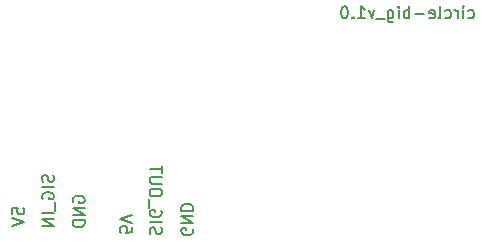
<source format=gbo>
%TF.GenerationSoftware,KiCad,Pcbnew,6.0.4-6f826c9f35~116~ubuntu20.04.1*%
%TF.CreationDate,2022-04-29T21:32:22-06:00*%
%TF.ProjectId,circle-big,63697263-6c65-42d6-9269-672e6b696361,rev?*%
%TF.SameCoordinates,Original*%
%TF.FileFunction,Legend,Bot*%
%TF.FilePolarity,Positive*%
%FSLAX46Y46*%
G04 Gerber Fmt 4.6, Leading zero omitted, Abs format (unit mm)*
G04 Created by KiCad (PCBNEW 6.0.4-6f826c9f35~116~ubuntu20.04.1) date 2022-04-29 21:32:22*
%MOMM*%
%LPD*%
G01*
G04 APERTURE LIST*
%ADD10C,0.150000*%
%ADD11R,1.700000X1.700000*%
%ADD12O,1.700000X1.700000*%
%ADD13C,3.200000*%
G04 APERTURE END LIST*
D10*
X39620238Y-59133333D02*
X39572619Y-58990476D01*
X39572619Y-58752380D01*
X39620238Y-58657142D01*
X39667857Y-58609523D01*
X39763095Y-58561904D01*
X39858333Y-58561904D01*
X39953571Y-58609523D01*
X40001190Y-58657142D01*
X40048809Y-58752380D01*
X40096428Y-58942857D01*
X40144047Y-59038095D01*
X40191666Y-59085714D01*
X40286904Y-59133333D01*
X40382142Y-59133333D01*
X40477380Y-59085714D01*
X40525000Y-59038095D01*
X40572619Y-58942857D01*
X40572619Y-58704761D01*
X40525000Y-58561904D01*
X39572619Y-58133333D02*
X40572619Y-58133333D01*
X40525000Y-57133333D02*
X40572619Y-57228571D01*
X40572619Y-57371428D01*
X40525000Y-57514285D01*
X40429761Y-57609523D01*
X40334523Y-57657142D01*
X40144047Y-57704761D01*
X40001190Y-57704761D01*
X39810714Y-57657142D01*
X39715476Y-57609523D01*
X39620238Y-57514285D01*
X39572619Y-57371428D01*
X39572619Y-57276190D01*
X39620238Y-57133333D01*
X39667857Y-57085714D01*
X40001190Y-57085714D01*
X40001190Y-57276190D01*
X39477380Y-56895238D02*
X39477380Y-56133333D01*
X40572619Y-55704761D02*
X40572619Y-55514285D01*
X40525000Y-55419047D01*
X40429761Y-55323809D01*
X40239285Y-55276190D01*
X39905952Y-55276190D01*
X39715476Y-55323809D01*
X39620238Y-55419047D01*
X39572619Y-55514285D01*
X39572619Y-55704761D01*
X39620238Y-55800000D01*
X39715476Y-55895238D01*
X39905952Y-55942857D01*
X40239285Y-55942857D01*
X40429761Y-55895238D01*
X40525000Y-55800000D01*
X40572619Y-55704761D01*
X40572619Y-54847619D02*
X39763095Y-54847619D01*
X39667857Y-54800000D01*
X39620238Y-54752380D01*
X39572619Y-54657142D01*
X39572619Y-54466666D01*
X39620238Y-54371428D01*
X39667857Y-54323809D01*
X39763095Y-54276190D01*
X40572619Y-54276190D01*
X40572619Y-53942857D02*
X40572619Y-53371428D01*
X39572619Y-53657142D02*
X40572619Y-53657142D01*
X31404761Y-54133333D02*
X31452380Y-54276190D01*
X31452380Y-54514285D01*
X31404761Y-54609523D01*
X31357142Y-54657142D01*
X31261904Y-54704761D01*
X31166666Y-54704761D01*
X31071428Y-54657142D01*
X31023809Y-54609523D01*
X30976190Y-54514285D01*
X30928571Y-54323809D01*
X30880952Y-54228571D01*
X30833333Y-54180952D01*
X30738095Y-54133333D01*
X30642857Y-54133333D01*
X30547619Y-54180952D01*
X30500000Y-54228571D01*
X30452380Y-54323809D01*
X30452380Y-54561904D01*
X30500000Y-54704761D01*
X31452380Y-55133333D02*
X30452380Y-55133333D01*
X30500000Y-56133333D02*
X30452380Y-56038095D01*
X30452380Y-55895238D01*
X30500000Y-55752380D01*
X30595238Y-55657142D01*
X30690476Y-55609523D01*
X30880952Y-55561904D01*
X31023809Y-55561904D01*
X31214285Y-55609523D01*
X31309523Y-55657142D01*
X31404761Y-55752380D01*
X31452380Y-55895238D01*
X31452380Y-55990476D01*
X31404761Y-56133333D01*
X31357142Y-56180952D01*
X31023809Y-56180952D01*
X31023809Y-55990476D01*
X31547619Y-56371428D02*
X31547619Y-57133333D01*
X31452380Y-57371428D02*
X30452380Y-57371428D01*
X31452380Y-57847619D02*
X30452380Y-57847619D01*
X31452380Y-58419047D01*
X30452380Y-58419047D01*
X33100000Y-56438095D02*
X33052380Y-56342857D01*
X33052380Y-56200000D01*
X33100000Y-56057142D01*
X33195238Y-55961904D01*
X33290476Y-55914285D01*
X33480952Y-55866666D01*
X33623809Y-55866666D01*
X33814285Y-55914285D01*
X33909523Y-55961904D01*
X34004761Y-56057142D01*
X34052380Y-56200000D01*
X34052380Y-56295238D01*
X34004761Y-56438095D01*
X33957142Y-56485714D01*
X33623809Y-56485714D01*
X33623809Y-56295238D01*
X34052380Y-56914285D02*
X33052380Y-56914285D01*
X34052380Y-57485714D01*
X33052380Y-57485714D01*
X34052380Y-57961904D02*
X33052380Y-57961904D01*
X33052380Y-58200000D01*
X33100000Y-58342857D01*
X33195238Y-58438095D01*
X33290476Y-58485714D01*
X33480952Y-58533333D01*
X33623809Y-58533333D01*
X33814285Y-58485714D01*
X33909523Y-58438095D01*
X34004761Y-58342857D01*
X34052380Y-58200000D01*
X34052380Y-57961904D01*
X66542857Y-40804761D02*
X66638095Y-40852380D01*
X66828571Y-40852380D01*
X66923809Y-40804761D01*
X66971428Y-40757142D01*
X67019047Y-40661904D01*
X67019047Y-40376190D01*
X66971428Y-40280952D01*
X66923809Y-40233333D01*
X66828571Y-40185714D01*
X66638095Y-40185714D01*
X66542857Y-40233333D01*
X66114285Y-40852380D02*
X66114285Y-40185714D01*
X66114285Y-39852380D02*
X66161904Y-39900000D01*
X66114285Y-39947619D01*
X66066666Y-39900000D01*
X66114285Y-39852380D01*
X66114285Y-39947619D01*
X65638095Y-40852380D02*
X65638095Y-40185714D01*
X65638095Y-40376190D02*
X65590476Y-40280952D01*
X65542857Y-40233333D01*
X65447619Y-40185714D01*
X65352380Y-40185714D01*
X64590476Y-40804761D02*
X64685714Y-40852380D01*
X64876190Y-40852380D01*
X64971428Y-40804761D01*
X65019047Y-40757142D01*
X65066666Y-40661904D01*
X65066666Y-40376190D01*
X65019047Y-40280952D01*
X64971428Y-40233333D01*
X64876190Y-40185714D01*
X64685714Y-40185714D01*
X64590476Y-40233333D01*
X64019047Y-40852380D02*
X64114285Y-40804761D01*
X64161904Y-40709523D01*
X64161904Y-39852380D01*
X63257142Y-40804761D02*
X63352380Y-40852380D01*
X63542857Y-40852380D01*
X63638095Y-40804761D01*
X63685714Y-40709523D01*
X63685714Y-40328571D01*
X63638095Y-40233333D01*
X63542857Y-40185714D01*
X63352380Y-40185714D01*
X63257142Y-40233333D01*
X63209523Y-40328571D01*
X63209523Y-40423809D01*
X63685714Y-40519047D01*
X62780952Y-40471428D02*
X62019047Y-40471428D01*
X61542857Y-40852380D02*
X61542857Y-39852380D01*
X61542857Y-40233333D02*
X61447619Y-40185714D01*
X61257142Y-40185714D01*
X61161904Y-40233333D01*
X61114285Y-40280952D01*
X61066666Y-40376190D01*
X61066666Y-40661904D01*
X61114285Y-40757142D01*
X61161904Y-40804761D01*
X61257142Y-40852380D01*
X61447619Y-40852380D01*
X61542857Y-40804761D01*
X60638095Y-40852380D02*
X60638095Y-40185714D01*
X60638095Y-39852380D02*
X60685714Y-39900000D01*
X60638095Y-39947619D01*
X60590476Y-39900000D01*
X60638095Y-39852380D01*
X60638095Y-39947619D01*
X59733333Y-40185714D02*
X59733333Y-40995238D01*
X59780952Y-41090476D01*
X59828571Y-41138095D01*
X59923809Y-41185714D01*
X60066666Y-41185714D01*
X60161904Y-41138095D01*
X59733333Y-40804761D02*
X59828571Y-40852380D01*
X60019047Y-40852380D01*
X60114285Y-40804761D01*
X60161904Y-40757142D01*
X60209523Y-40661904D01*
X60209523Y-40376190D01*
X60161904Y-40280952D01*
X60114285Y-40233333D01*
X60019047Y-40185714D01*
X59828571Y-40185714D01*
X59733333Y-40233333D01*
X59495238Y-40947619D02*
X58733333Y-40947619D01*
X58590476Y-40185714D02*
X58352380Y-40852380D01*
X58114285Y-40185714D01*
X57209523Y-40852380D02*
X57780952Y-40852380D01*
X57495238Y-40852380D02*
X57495238Y-39852380D01*
X57590476Y-39995238D01*
X57685714Y-40090476D01*
X57780952Y-40138095D01*
X56780952Y-40757142D02*
X56733333Y-40804761D01*
X56780952Y-40852380D01*
X56828571Y-40804761D01*
X56780952Y-40757142D01*
X56780952Y-40852380D01*
X56114285Y-39852380D02*
X56019047Y-39852380D01*
X55923809Y-39900000D01*
X55876190Y-39947619D01*
X55828571Y-40042857D01*
X55780952Y-40233333D01*
X55780952Y-40471428D01*
X55828571Y-40661904D01*
X55876190Y-40757142D01*
X55923809Y-40804761D01*
X56019047Y-40852380D01*
X56114285Y-40852380D01*
X56209523Y-40804761D01*
X56257142Y-40757142D01*
X56304761Y-40661904D01*
X56352380Y-40471428D01*
X56352380Y-40233333D01*
X56304761Y-40042857D01*
X56257142Y-39947619D01*
X56209523Y-39900000D01*
X56114285Y-39852380D01*
X27952380Y-57409523D02*
X27952380Y-56933333D01*
X28428571Y-56885714D01*
X28380952Y-56933333D01*
X28333333Y-57028571D01*
X28333333Y-57266666D01*
X28380952Y-57361904D01*
X28428571Y-57409523D01*
X28523809Y-57457142D01*
X28761904Y-57457142D01*
X28857142Y-57409523D01*
X28904761Y-57361904D01*
X28952380Y-57266666D01*
X28952380Y-57028571D01*
X28904761Y-56933333D01*
X28857142Y-56885714D01*
X27952380Y-57742857D02*
X28952380Y-58076190D01*
X27952380Y-58409523D01*
X38047619Y-58490476D02*
X38047619Y-58966666D01*
X37571428Y-59014285D01*
X37619047Y-58966666D01*
X37666666Y-58871428D01*
X37666666Y-58633333D01*
X37619047Y-58538095D01*
X37571428Y-58490476D01*
X37476190Y-58442857D01*
X37238095Y-58442857D01*
X37142857Y-58490476D01*
X37095238Y-58538095D01*
X37047619Y-58633333D01*
X37047619Y-58871428D01*
X37095238Y-58966666D01*
X37142857Y-59014285D01*
X38047619Y-58157142D02*
X37047619Y-57823809D01*
X38047619Y-57490476D01*
X43200000Y-58661904D02*
X43247619Y-58757142D01*
X43247619Y-58900000D01*
X43200000Y-59042857D01*
X43104761Y-59138095D01*
X43009523Y-59185714D01*
X42819047Y-59233333D01*
X42676190Y-59233333D01*
X42485714Y-59185714D01*
X42390476Y-59138095D01*
X42295238Y-59042857D01*
X42247619Y-58900000D01*
X42247619Y-58804761D01*
X42295238Y-58661904D01*
X42342857Y-58614285D01*
X42676190Y-58614285D01*
X42676190Y-58804761D01*
X42247619Y-58185714D02*
X43247619Y-58185714D01*
X42247619Y-57614285D01*
X43247619Y-57614285D01*
X42247619Y-57138095D02*
X43247619Y-57138095D01*
X43247619Y-56900000D01*
X43200000Y-56757142D01*
X43104761Y-56661904D01*
X43009523Y-56614285D01*
X42819047Y-56566666D01*
X42676190Y-56566666D01*
X42485714Y-56614285D01*
X42390476Y-56661904D01*
X42295238Y-56757142D01*
X42247619Y-56900000D01*
X42247619Y-57138095D01*
%LPC*%
D11*
%TO.C,J2*%
X42625000Y-60900000D03*
D12*
X40085000Y-60900000D03*
X37545000Y-60900000D03*
%TD*%
D13*
%TO.C,H1*%
X55707999Y-58700000D03*
%TD*%
%TO.C,H3*%
X60600000Y-30300000D03*
%TD*%
D11*
%TO.C,J1*%
X33515000Y-60500000D03*
D12*
X30975000Y-60500000D03*
X28435000Y-60500000D03*
%TD*%
D13*
%TO.C,H2*%
X35700000Y-30300000D03*
%TD*%
M02*

</source>
